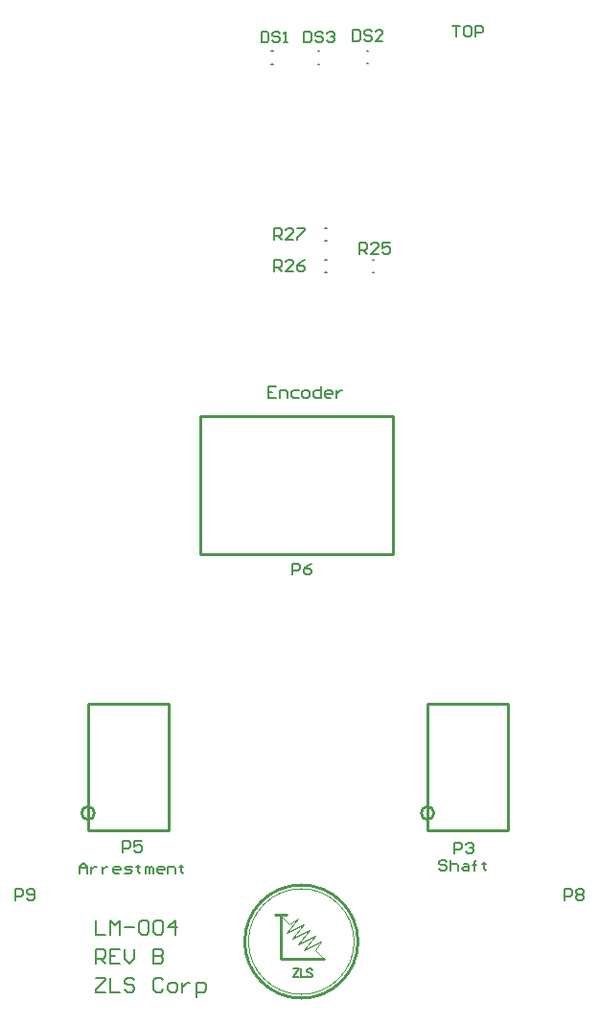
<source format=gbr>
G04 Layer_Color=65535*
%FSLAX26Y26*%
%MOIN*%
%TF.FileFunction,Legend,Top*%
%TF.Part,Single*%
G01*
G75*
%TA.AperFunction,NonConductor*%
%ADD34C,0.007874*%
%ADD35C,0.010000*%
%ADD49C,0.003937*%
%ADD50C,0.005905*%
D34*
X811276Y576354D02*
X815212D01*
X811276Y621630D02*
X815212D01*
X973512Y576354D02*
X977448D01*
X973512Y621630D02*
X977448D01*
X1143513Y578591D02*
X1147448D01*
X1143513Y623867D02*
X1147448D01*
X998032Y-36654D02*
X1001968D01*
X998032Y6654D02*
X1001968D01*
X1163720Y-103346D02*
X1167656D01*
X1163720Y-146654D02*
X1167656D01*
X998032D02*
X1001968D01*
X998032Y-103346D02*
X1001968D01*
X1439874Y710231D02*
X1466112D01*
X1452993D01*
Y670874D01*
X1498910Y710231D02*
X1485791D01*
X1479231Y703672D01*
Y677434D01*
X1485791Y670874D01*
X1498910D01*
X1505470Y677434D01*
Y703672D01*
X1498910Y710231D01*
X1518589Y670874D02*
Y710231D01*
X1538267D01*
X1544827Y703672D01*
Y690553D01*
X1538267Y683993D01*
X1518589D01*
X293000Y-2163000D02*
Y-2123642D01*
X312679D01*
X319238Y-2130202D01*
Y-2143321D01*
X312679Y-2149881D01*
X293000D01*
X358596Y-2123642D02*
X332358D01*
Y-2143321D01*
X345477Y-2136762D01*
X352036D01*
X358596Y-2143321D01*
Y-2156440D01*
X352036Y-2163000D01*
X338917D01*
X332358Y-2156440D01*
X883000Y-1199000D02*
Y-1159642D01*
X902679D01*
X909238Y-1166202D01*
Y-1179321D01*
X902679Y-1185881D01*
X883000D01*
X948596Y-1159642D02*
X935477Y-1166202D01*
X922358Y-1179321D01*
Y-1192440D01*
X928917Y-1199000D01*
X942036D01*
X948596Y-1192440D01*
Y-1185881D01*
X942036Y-1179321D01*
X922358D01*
X1447882Y-2169000D02*
Y-2129642D01*
X1467561D01*
X1474120Y-2136202D01*
Y-2149321D01*
X1467561Y-2155881D01*
X1447882D01*
X1487239Y-2136202D02*
X1493799Y-2129642D01*
X1506918D01*
X1513477Y-2136202D01*
Y-2142762D01*
X1506918Y-2149321D01*
X1500358D01*
X1506918D01*
X1513477Y-2155881D01*
Y-2162440D01*
X1506918Y-2169000D01*
X1493799D01*
X1487239Y-2162440D01*
X775150Y690342D02*
Y650984D01*
X794828D01*
X801388Y657544D01*
Y683782D01*
X794828Y690342D01*
X775150D01*
X840745Y683782D02*
X834186Y690342D01*
X821067D01*
X814507Y683782D01*
Y677222D01*
X821067Y670663D01*
X834186D01*
X840745Y664103D01*
Y657544D01*
X834186Y650984D01*
X821067D01*
X814507Y657544D01*
X853864Y650984D02*
X866984D01*
X860424D01*
Y690342D01*
X853864Y683782D01*
X1092961Y695782D02*
Y656425D01*
X1112639D01*
X1119199Y662984D01*
Y689222D01*
X1112639Y695782D01*
X1092961D01*
X1158556Y689222D02*
X1151997Y695782D01*
X1138878D01*
X1132318Y689222D01*
Y682663D01*
X1138878Y676103D01*
X1151997D01*
X1158556Y669544D01*
Y662984D01*
X1151997Y656425D01*
X1138878D01*
X1132318Y662984D01*
X1197914Y656425D02*
X1171675D01*
X1197914Y682663D01*
Y689222D01*
X1191354Y695782D01*
X1178235D01*
X1171675Y689222D01*
X924717Y690342D02*
Y650984D01*
X944396D01*
X950955Y657544D01*
Y683782D01*
X944396Y690342D01*
X924717D01*
X990313Y683782D02*
X983753Y690342D01*
X970634D01*
X964075Y683782D01*
Y677222D01*
X970634Y670663D01*
X983753D01*
X990313Y664103D01*
Y657544D01*
X983753Y650984D01*
X970634D01*
X964075Y657544D01*
X1003432Y683782D02*
X1009992Y690342D01*
X1023111D01*
X1029670Y683782D01*
Y677222D01*
X1023111Y670663D01*
X1016551D01*
X1023111D01*
X1029670Y664103D01*
Y657544D01*
X1023111Y650984D01*
X1009992D01*
X1003432Y657544D01*
X1117688Y-83000D02*
Y-43643D01*
X1137367D01*
X1143926Y-50202D01*
Y-63321D01*
X1137367Y-69881D01*
X1117688D01*
X1130807D02*
X1143926Y-83000D01*
X1183284D02*
X1157046D01*
X1183284Y-56762D01*
Y-50202D01*
X1176724Y-43643D01*
X1163605D01*
X1157046Y-50202D01*
X1222641Y-43643D02*
X1196403D01*
Y-63321D01*
X1209522Y-56762D01*
X1216082D01*
X1222641Y-63321D01*
Y-76440D01*
X1216082Y-83000D01*
X1202963D01*
X1196403Y-76440D01*
X820000Y-145000D02*
Y-105643D01*
X839679D01*
X846238Y-112202D01*
Y-125321D01*
X839679Y-131881D01*
X820000D01*
X833119D02*
X846238Y-145000D01*
X885596D02*
X859357D01*
X885596Y-118762D01*
Y-112202D01*
X879036Y-105643D01*
X865917D01*
X859357Y-112202D01*
X924953Y-105643D02*
X911834Y-112202D01*
X898715Y-125321D01*
Y-138440D01*
X905274Y-145000D01*
X918394D01*
X924953Y-138440D01*
Y-131881D01*
X918394Y-125321D01*
X898715D01*
X820000Y-35000D02*
Y4357D01*
X839679D01*
X846238Y-2202D01*
Y-15321D01*
X839679Y-21881D01*
X820000D01*
X833119D02*
X846238Y-35000D01*
X885596D02*
X859357D01*
X885596Y-8762D01*
Y-2202D01*
X879036Y4357D01*
X865917D01*
X859357Y-2202D01*
X898715Y4357D02*
X924953D01*
Y-2202D01*
X898715Y-28440D01*
Y-35000D01*
X1830000Y-2330000D02*
Y-2290643D01*
X1849679D01*
X1856238Y-2297202D01*
Y-2310321D01*
X1849679Y-2316881D01*
X1830000D01*
X1869357Y-2297202D02*
X1875917Y-2290643D01*
X1889036D01*
X1895596Y-2297202D01*
Y-2303762D01*
X1889036Y-2310321D01*
X1895596Y-2316881D01*
Y-2323440D01*
X1889036Y-2330000D01*
X1875917D01*
X1869357Y-2323440D01*
Y-2316881D01*
X1875917Y-2310321D01*
X1869357Y-2303762D01*
Y-2297202D01*
X1875917Y-2310321D02*
X1889036D01*
X-80000Y-2330000D02*
Y-2290643D01*
X-60321D01*
X-53762Y-2297202D01*
Y-2310321D01*
X-60321Y-2316881D01*
X-80000D01*
X-40643Y-2323440D02*
X-34083Y-2330000D01*
X-20964D01*
X-14404Y-2323440D01*
Y-2297202D01*
X-20964Y-2290643D01*
X-34083D01*
X-40643Y-2297202D01*
Y-2303762D01*
X-34083Y-2310321D01*
X-14404D01*
X200000Y-2400016D02*
Y-2450000D01*
X233323D01*
X249984D02*
Y-2400016D01*
X266645Y-2416677D01*
X283306Y-2400016D01*
Y-2450000D01*
X299968Y-2425008D02*
X333290D01*
X349951Y-2408347D02*
X358282Y-2400016D01*
X374943D01*
X383274Y-2408347D01*
Y-2441669D01*
X374943Y-2450000D01*
X358282D01*
X349951Y-2441669D01*
Y-2408347D01*
X399935D02*
X408266Y-2400016D01*
X424927D01*
X433258Y-2408347D01*
Y-2441669D01*
X424927Y-2450000D01*
X408266D01*
X399935Y-2441669D01*
Y-2408347D01*
X474911Y-2450000D02*
Y-2400016D01*
X449919Y-2425008D01*
X483242D01*
X200000Y-2550000D02*
Y-2500016D01*
X224992D01*
X233323Y-2508347D01*
Y-2525008D01*
X224992Y-2533339D01*
X200000D01*
X216661D02*
X233323Y-2550000D01*
X283306Y-2500016D02*
X249984D01*
Y-2550000D01*
X283306D01*
X249984Y-2525008D02*
X266645D01*
X299968Y-2500016D02*
Y-2533339D01*
X316629Y-2550000D01*
X333290Y-2533339D01*
Y-2500016D01*
X399935D02*
Y-2550000D01*
X424927D01*
X433258Y-2541669D01*
Y-2533339D01*
X424927Y-2525008D01*
X399935D01*
X424927D01*
X433258Y-2516677D01*
Y-2508347D01*
X424927Y-2500016D01*
X399935D01*
X200000Y-2600016D02*
X233323D01*
Y-2608347D01*
X200000Y-2641669D01*
Y-2650000D01*
X233323D01*
X249984Y-2600016D02*
Y-2650000D01*
X283306D01*
X333290Y-2608347D02*
X324959Y-2600016D01*
X308298D01*
X299968Y-2608347D01*
Y-2616677D01*
X308298Y-2625008D01*
X324959D01*
X333290Y-2633339D01*
Y-2641669D01*
X324959Y-2650000D01*
X308298D01*
X299968Y-2641669D01*
X433258Y-2608347D02*
X424927Y-2600016D01*
X408266D01*
X399935Y-2608347D01*
Y-2641669D01*
X408266Y-2650000D01*
X424927D01*
X433258Y-2641669D01*
X458250Y-2650000D02*
X474911D01*
X483242Y-2641669D01*
Y-2625008D01*
X474911Y-2616677D01*
X458250D01*
X449919Y-2625008D01*
Y-2641669D01*
X458250Y-2650000D01*
X499903Y-2616677D02*
Y-2650000D01*
Y-2633339D01*
X508233Y-2625008D01*
X516564Y-2616677D01*
X524895D01*
X549887Y-2666661D02*
Y-2616677D01*
X574879D01*
X583209Y-2625008D01*
Y-2641669D01*
X574879Y-2650000D01*
X549887D01*
X1419238Y-2196202D02*
X1412679Y-2189642D01*
X1399560D01*
X1393000Y-2196202D01*
Y-2202762D01*
X1399560Y-2209321D01*
X1412679D01*
X1419238Y-2215881D01*
Y-2222440D01*
X1412679Y-2229000D01*
X1399560D01*
X1393000Y-2222440D01*
X1432358Y-2189642D02*
Y-2229000D01*
Y-2209321D01*
X1438917Y-2202762D01*
X1452036D01*
X1458596Y-2209321D01*
Y-2229000D01*
X1478275Y-2202762D02*
X1491394D01*
X1497953Y-2209321D01*
Y-2229000D01*
X1478275D01*
X1471715Y-2222440D01*
X1478275Y-2215881D01*
X1497953D01*
X1517632Y-2229000D02*
Y-2196202D01*
Y-2209321D01*
X1511072D01*
X1524191D01*
X1517632D01*
Y-2196202D01*
X1524191Y-2189642D01*
X1550430Y-2196202D02*
Y-2202762D01*
X1543870D01*
X1556989D01*
X1550430D01*
Y-2222440D01*
X1556989Y-2229000D01*
X143000Y-2239000D02*
Y-2212762D01*
X156119Y-2199642D01*
X169238Y-2212762D01*
Y-2239000D01*
Y-2219321D01*
X143000D01*
X182358Y-2212762D02*
Y-2239000D01*
Y-2225881D01*
X188917Y-2219321D01*
X195477Y-2212762D01*
X202036D01*
X221715D02*
Y-2239000D01*
Y-2225881D01*
X228275Y-2219321D01*
X234834Y-2212762D01*
X241394D01*
X280751Y-2239000D02*
X267632D01*
X261072Y-2232440D01*
Y-2219321D01*
X267632Y-2212762D01*
X280751D01*
X287311Y-2219321D01*
Y-2225881D01*
X261072D01*
X300430Y-2239000D02*
X320108D01*
X326668Y-2232440D01*
X320108Y-2225881D01*
X306989D01*
X300430Y-2219321D01*
X306989Y-2212762D01*
X326668D01*
X346347Y-2206202D02*
Y-2212762D01*
X339787D01*
X352906D01*
X346347D01*
Y-2232440D01*
X352906Y-2239000D01*
X372585D02*
Y-2212762D01*
X379145D01*
X385704Y-2219321D01*
Y-2239000D01*
Y-2219321D01*
X392264Y-2212762D01*
X398823Y-2219321D01*
Y-2239000D01*
X431621D02*
X418502D01*
X411942Y-2232440D01*
Y-2219321D01*
X418502Y-2212762D01*
X431621D01*
X438181Y-2219321D01*
Y-2225881D01*
X411942D01*
X451300Y-2239000D02*
Y-2212762D01*
X470978D01*
X477538Y-2219321D01*
Y-2239000D01*
X497217Y-2206202D02*
Y-2212762D01*
X490657D01*
X503776D01*
X497217D01*
Y-2232440D01*
X503776Y-2239000D01*
X826238Y-544108D02*
X800000D01*
Y-583465D01*
X826238D01*
X800000Y-563787D02*
X813119D01*
X839357Y-583465D02*
Y-557227D01*
X859036D01*
X865596Y-563787D01*
Y-583465D01*
X904953Y-557227D02*
X885274D01*
X878715Y-563787D01*
Y-576906D01*
X885274Y-583465D01*
X904953D01*
X924632D02*
X937751D01*
X944310Y-576906D01*
Y-563787D01*
X937751Y-557227D01*
X924632D01*
X918072Y-563787D01*
Y-576906D01*
X924632Y-583465D01*
X983668Y-544108D02*
Y-583465D01*
X963989D01*
X957430Y-576906D01*
Y-563787D01*
X963989Y-557227D01*
X983668D01*
X1016466Y-583465D02*
X1003347D01*
X996787Y-576906D01*
Y-563787D01*
X1003347Y-557227D01*
X1016466D01*
X1023025Y-563787D01*
Y-570346D01*
X996787D01*
X1036144Y-557227D02*
Y-583465D01*
Y-570346D01*
X1042704Y-563787D01*
X1049264Y-557227D01*
X1055823D01*
D35*
X1111326Y-2474385D02*
G03*
X1111326Y-2474385I-196850J0D01*
G01*
X194810Y-2027897D02*
G03*
X194810Y-2027897I-22361J0D01*
G01*
X1375912D02*
G03*
X1375912Y-2027897I-22361J0D01*
G01*
X843983Y-2534386D02*
Y-2384386D01*
Y-2534386D02*
X993983D01*
X823983Y-2379386D02*
X863983D01*
X172449Y-2087897D02*
X452449D01*
X172449Y-1647897D02*
X452449D01*
Y-2087897D02*
Y-1647897D01*
X172449Y-2087897D02*
Y-1647897D01*
X1353551Y-2087897D02*
X1633551D01*
X1353551Y-1647897D02*
X1633551D01*
Y-2087897D02*
Y-1647897D01*
X1353551Y-2087897D02*
Y-1647897D01*
X563000Y-1129000D02*
Y-649000D01*
Y-1129000D02*
X1233000D01*
Y-649000D01*
X563000D02*
X1233000D01*
D49*
X1098052Y-2474385D02*
G03*
X1098052Y-2474385I-183576J0D01*
G01*
X873983Y-2414386D02*
X903983Y-2394386D01*
X963983Y-2504386D02*
X993983Y-2534386D01*
X963983Y-2504386D02*
X983983Y-2474386D01*
X883983Y-2464386D02*
X923983Y-2414386D01*
X903983Y-2484386D02*
X943983Y-2434386D01*
X883983Y-2464386D02*
X943983Y-2434386D01*
X903983Y-2484386D02*
X963983Y-2454386D01*
X843983Y-2384386D02*
X873983Y-2414386D01*
X923983Y-2504386D02*
X983983Y-2474386D01*
X863983Y-2444386D02*
X903983Y-2394386D01*
X863983Y-2444386D02*
X923983Y-2414386D01*
Y-2504386D02*
X963983Y-2454386D01*
D50*
X906459Y-2569317D02*
X886778Y-2598839D01*
Y-2569317D02*
X906459D01*
X886778Y-2598839D02*
X906459D01*
X913066Y-2569317D02*
Y-2598839D01*
X929936D01*
X952850Y-2573535D02*
X950038Y-2570723D01*
X945821Y-2569317D01*
X940198D01*
X935981Y-2570723D01*
X933169Y-2573535D01*
Y-2576346D01*
X934575Y-2579158D01*
X935981Y-2580564D01*
X938792Y-2581969D01*
X947227Y-2584781D01*
X950038Y-2586187D01*
X951444Y-2587592D01*
X952850Y-2590404D01*
Y-2594621D01*
X950038Y-2597433D01*
X945821Y-2598839D01*
X940198D01*
X935981Y-2597433D01*
X933169Y-2594621D01*
%TF.MD5,370848fdec72a54cf5a65959b0173cad*%
M02*

</source>
